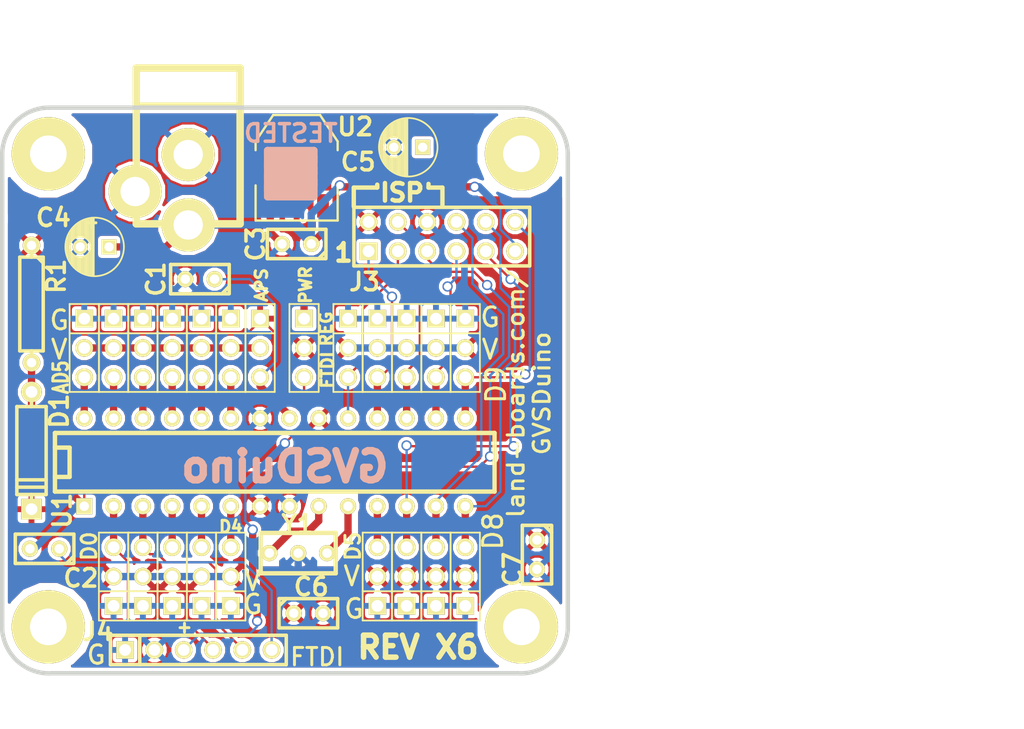
<source format=kicad_pcb>
(kicad_pcb (version 4) (host pcbnew "(after 2015-mar-04 BZR unknown)-product")
  (title_block (date "19 aug 2014"))
  (layers (0 Front signal hide) (31 Back signal hide) (36 B.SilkS user hide) (37 F.SilkS user) (38 B.Mask user) (39 F.Mask user) (44 Edge.Cuts user))
  (net 0 "")
  (net 1 +5V)
  (net 2 /AD0)
  (net 3 /AD1)
  (net 4 /AD2)
  (net 5 /AD3)
  (net 6 /AD4)
  (net 7 /AD5)
  (net 8 /AREF)
  (net 9 /D0)
  (net 10 /D1)
  (net 11 /D10)
  (net 12 /D11)
  (net 13 /D12)
  (net 14 /D13)
  (net 15 /D2)
  (net 16 /D3)
  (net 17 /D4)
  (net 18 /D5)
  (net 19 /D6)
  (net 20 /D7)
  (net 21 /D8)
  (net 22 /D9)
  (net 23 /RES0)
  (net 24 /RES1)
  (net 25 /RESET)
  (net 26 /VIN)
  (net 27 /VREG)
  (net 28 GND)
  (net 29 /FTDIRES)
  (net 30 "Net-(J1-Pad3)")
  (net 31 "Net-(K1-Pad2)")
  (module SOT223 (layer Front) (at 115.518 55.212)
    (fp_text reference U2 (at 5.08 -3.556) (layer F.SilkS) (effects (font (thickness 0.3048))))
    (fp_text value AP1117 hide)
    (pad 4 smd rect (at 0 -3.302) (size 3.6576 2.032) (layers Front F.Mask) (net 27 /VREG))
    (pad 2 smd rect (at 0 3.302) (size 1.016 2.032) (layers Front F.Mask) (net 27 /VREG))
    (pad 3 smd rect (at 2.286 3.302) (size 1.016 2.032) (layers Front F.Mask) (net 26 /VIN))
    (pad 1 smd rect (at -2.286 3.302) (size 1.016 2.032) (layers Front F.Mask) (net 28 GND))
  )
  (module C1 (layer Front) (at 115.518 61.816 180)
    (fp_text reference C3 (at 3.556 0 270) (layer F.SilkS) (effects (font (thickness 0.3048))))
    (fp_text value 0.1uF hide)
    (pad 1 thru_hole circle (at -1.27 0 180) (size 1.397 1.397) (drill 0.8128) (layers *.Cu *.Mask F.SilkS) (net 26 /VIN))
    (pad 2 thru_hole circle (at 1.27 0 180) (size 1.397 1.397) (drill 0.8128) (layers *.Cu *.Mask F.SilkS) (net 28 GND))
  )
  (module C1 (layer Front) (at 93.674 88.232 180)
    (fp_text reference C2 (at -3.144 -2.542 180) (layer F.SilkS) (effects (font (thickness 0.3048))))
    (fp_text value 0.1uF hide)
    (pad 1 thru_hole circle (at -1.27 0 180) (size 1.397 1.397) (drill 0.8128) (layers *.Cu *.Mask F.SilkS) (net 29 /FTDIRES))
    (pad 2 thru_hole circle (at 1.27 0 180) (size 1.397 1.397) (drill 0.8128) (layers *.Cu *.Mask F.SilkS) (net 25 /RESET))
  )
  (module C1 (layer Front) (at 107.136 64.864 180)
    (fp_text reference C1 (at 3.81 0 270) (layer F.SilkS) (effects (font (thickness 0.3048))))
    (fp_text value 0.1uF hide)
    (pad 1 thru_hole circle (at -1.27 0 180) (size 1.397 1.397) (drill 0.8128) (layers *.Cu *.Mask F.SilkS) (net 8 /AREF))
    (pad 2 thru_hole circle (at 1.27 0 180) (size 1.397 1.397) (drill 0.8128) (layers *.Cu *.Mask F.SilkS) (net 28 GND))
  )
  (module DIP-28__300 (layer Front) (at 113.622 80.734)
    (fp_text reference U1 (at -18.424 4.196 90) (layer F.SilkS) (effects (font (thickness 0.3048))))
    (fp_text value ATMEGA328-PU hide)
    (pad 2 thru_hole circle (at -13.97 3.81) (size 1.397 1.397) (drill 0.8128) (layers *.Cu *.Mask F.SilkS) (net 9 /D0))
    (pad 3 thru_hole circle (at -11.43 3.81) (size 1.397 1.397) (drill 0.8128) (layers *.Cu *.Mask F.SilkS) (net 10 /D1))
    (pad 4 thru_hole circle (at -8.89 3.81) (size 1.397 1.397) (drill 0.8128) (layers *.Cu *.Mask F.SilkS) (net 15 /D2))
    (pad 5 thru_hole circle (at -6.35 3.81) (size 1.397 1.397) (drill 0.8128) (layers *.Cu *.Mask F.SilkS) (net 16 /D3))
    (pad 6 thru_hole circle (at -3.81 3.81) (size 1.397 1.397) (drill 0.8128) (layers *.Cu *.Mask F.SilkS) (net 17 /D4))
    (pad 7 thru_hole circle (at -1.27 3.81) (size 1.397 1.397) (drill 0.8128) (layers *.Cu *.Mask F.SilkS) (net 1 +5V))
    (pad 8 thru_hole circle (at 1.27 3.81) (size 1.397 1.397) (drill 0.8128) (layers *.Cu *.Mask F.SilkS) (net 28 GND))
    (pad 9 thru_hole circle (at 3.81 3.81) (size 1.397 1.397) (drill 0.8128) (layers *.Cu *.Mask F.SilkS) (net 23 /RES0))
    (pad 10 thru_hole circle (at 6.35 3.81) (size 1.397 1.397) (drill 0.8128) (layers *.Cu *.Mask F.SilkS) (net 24 /RES1))
    (pad 11 thru_hole circle (at 8.89 3.81) (size 1.397 1.397) (drill 0.8128) (layers *.Cu *.Mask F.SilkS) (net 18 /D5))
    (pad 12 thru_hole circle (at 11.43 3.81) (size 1.397 1.397) (drill 0.8128) (layers *.Cu *.Mask F.SilkS) (net 19 /D6))
    (pad 13 thru_hole circle (at 13.97 3.81) (size 1.397 1.397) (drill 0.8128) (layers *.Cu *.Mask F.SilkS) (net 20 /D7))
    (pad 14 thru_hole circle (at 16.51 3.81) (size 1.397 1.397) (drill 0.8128) (layers *.Cu *.Mask F.SilkS) (net 21 /D8))
    (pad 1 thru_hole rect (at -16.51 3.81) (size 1.397 1.397) (drill 0.8128) (layers *.Cu *.Mask F.SilkS) (net 25 /RESET))
    (pad 15 thru_hole circle (at 16.51 -3.81) (size 1.397 1.397) (drill 0.8128) (layers *.Cu *.Mask F.SilkS) (net 22 /D9))
    (pad 16 thru_hole circle (at 13.97 -3.81) (size 1.397 1.397) (drill 0.8128) (layers *.Cu *.Mask F.SilkS) (net 11 /D10))
    (pad 17 thru_hole circle (at 11.43 -3.81) (size 1.397 1.397) (drill 0.8128) (layers *.Cu *.Mask F.SilkS) (net 12 /D11))
    (pad 18 thru_hole circle (at 8.89 -3.81) (size 1.397 1.397) (drill 0.8128) (layers *.Cu *.Mask F.SilkS) (net 13 /D12))
    (pad 19 thru_hole circle (at 6.35 -3.81) (size 1.397 1.397) (drill 0.8128) (layers *.Cu *.Mask F.SilkS) (net 14 /D13))
    (pad 20 thru_hole circle (at 3.81 -3.81) (size 1.397 1.397) (drill 0.8128) (layers *.Cu *.Mask F.SilkS) (net 1 +5V))
    (pad 21 thru_hole circle (at 1.27 -3.81) (size 1.397 1.397) (drill 0.8128) (layers *.Cu *.Mask F.SilkS) (net 8 /AREF))
    (pad 22 thru_hole circle (at -1.27 -3.81) (size 1.397 1.397) (drill 0.8128) (layers *.Cu *.Mask F.SilkS) (net 28 GND))
    (pad 23 thru_hole circle (at -3.81 -3.81) (size 1.397 1.397) (drill 0.8128) (layers *.Cu *.Mask F.SilkS) (net 2 /AD0))
    (pad 24 thru_hole circle (at -6.35 -3.81) (size 1.397 1.397) (drill 0.8128) (layers *.Cu *.Mask F.SilkS) (net 3 /AD1))
    (pad 25 thru_hole circle (at -8.89 -3.81) (size 1.397 1.397) (drill 0.8128) (layers *.Cu *.Mask F.SilkS) (net 4 /AD2))
    (pad 26 thru_hole circle (at -11.43 -3.81) (size 1.397 1.397) (drill 0.8128) (layers *.Cu *.Mask F.SilkS) (net 5 /AD3))
    (pad 27 thru_hole circle (at -13.97 -3.81) (size 1.397 1.397) (drill 0.8128) (layers *.Cu *.Mask F.SilkS) (net 6 /AD4))
    (pad 28 thru_hole circle (at -16.51 -3.81) (size 1.397 1.397) (drill 0.8128) (layers *.Cu *.Mask F.SilkS) (net 7 /AD5))
  )
  (module PIN_ARRAY-6X1 (layer Front) (at 107 97)
    (fp_text reference J4 (at -8.7 -1.6) (layer F.SilkS) (effects (font (thickness 0.3048))))
    (fp_text value CONN_6 hide)
    (pad 1 thru_hole rect (at -6.35 0) (size 1.524 1.524) (drill 1.016) (layers *.Cu *.Mask F.SilkS) (net 28 GND))
    (pad 2 thru_hole circle (at -3.81 0) (size 1.524 1.524) (drill 1.016) (layers *.Cu *.Mask F.SilkS) (net 28 GND))
    (pad 3 thru_hole circle (at -1.27 0) (size 1.524 1.524) (drill 1.016) (layers *.Cu *.Mask F.SilkS) (net 30 "Net-(J1-Pad3)"))
    (pad 4 thru_hole circle (at 1.27 0) (size 1.524 1.524) (drill 1.016) (layers *.Cu *.Mask F.SilkS) (net 9 /D0))
    (pad 5 thru_hole circle (at 3.81 0) (size 1.524 1.524) (drill 1.016) (layers *.Cu *.Mask F.SilkS) (net 10 /D1))
    (pad 6 thru_hole circle (at 6.35 0) (size 1.524 1.524) (drill 1.016) (layers *.Cu *.Mask F.SilkS) (net 29 /FTDIRES))
  )
  (module PIN_ARRAY_3X1 (layer Front) (at 109.812 90.64 90)
    (fp_text reference K11 hide)
    (fp_text value CONN_3 hide)
    (pad 1 thru_hole rect (at -2.54 0 90) (size 1.524 1.524) (drill 1.016) (layers *.Cu *.Mask F.SilkS) (net 28 GND))
    (pad 2 thru_hole circle (at 0 0 90) (size 1.524 1.524) (drill 1.016) (layers *.Cu *.Mask F.SilkS) (net 1 +5V))
    (pad 3 thru_hole circle (at 2.54 0 90) (size 1.524 1.524) (drill 1.016) (layers *.Cu *.Mask F.SilkS) (net 17 /D4))
  )
  (module PIN_ARRAY_3X1 (layer Front) (at 119.972 70.828 270)
    (fp_text reference K20 hide)
    (fp_text value CONN_3 hide)
    (pad 1 thru_hole rect (at -2.54 0 270) (size 1.524 1.524) (drill 1.016) (layers *.Cu *.Mask F.SilkS) (net 28 GND))
    (pad 2 thru_hole circle (at 0 0 270) (size 1.524 1.524) (drill 1.016) (layers *.Cu *.Mask F.SilkS) (net 1 +5V))
    (pad 3 thru_hole circle (at 2.54 0 270) (size 1.524 1.524) (drill 1.016) (layers *.Cu *.Mask F.SilkS) (net 14 /D13))
  )
  (module PIN_ARRAY_3X1 (layer Front) (at 122.512 70.828 270)
    (fp_text reference K19 hide)
    (fp_text value CONN_3 hide)
    (pad 1 thru_hole rect (at -2.54 0 270) (size 1.524 1.524) (drill 1.016) (layers *.Cu *.Mask F.SilkS) (net 28 GND))
    (pad 2 thru_hole circle (at 0 0 270) (size 1.524 1.524) (drill 1.016) (layers *.Cu *.Mask F.SilkS) (net 1 +5V))
    (pad 3 thru_hole circle (at 2.54 0 270) (size 1.524 1.524) (drill 1.016) (layers *.Cu *.Mask F.SilkS) (net 13 /D12))
  )
  (module PIN_ARRAY_3X1 (layer Front) (at 125.052 70.828 270)
    (fp_text reference K18 hide)
    (fp_text value CONN_3 hide)
    (pad 1 thru_hole rect (at -2.54 0 270) (size 1.524 1.524) (drill 1.016) (layers *.Cu *.Mask F.SilkS) (net 28 GND))
    (pad 2 thru_hole circle (at 0 0 270) (size 1.524 1.524) (drill 1.016) (layers *.Cu *.Mask F.SilkS) (net 1 +5V))
    (pad 3 thru_hole circle (at 2.54 0 270) (size 1.524 1.524) (drill 1.016) (layers *.Cu *.Mask F.SilkS) (net 12 /D11))
  )
  (module PIN_ARRAY_3X1 (layer Front) (at 127.592 70.828 270)
    (fp_text reference K17 hide)
    (fp_text value CONN_3 hide)
    (pad 1 thru_hole rect (at -2.54 0 270) (size 1.524 1.524) (drill 1.016) (layers *.Cu *.Mask F.SilkS) (net 28 GND))
    (pad 2 thru_hole circle (at 0 0 270) (size 1.524 1.524) (drill 1.016) (layers *.Cu *.Mask F.SilkS) (net 1 +5V))
    (pad 3 thru_hole circle (at 2.54 0 270) (size 1.524 1.524) (drill 1.016) (layers *.Cu *.Mask F.SilkS) (net 11 /D10))
  )
  (module PIN_ARRAY_3X1 (layer Front) (at 130.132 70.828 270)
    (fp_text reference K16 hide)
    (fp_text value CONN_3 hide)
    (pad 1 thru_hole rect (at -2.54 0 270) (size 1.524 1.524) (drill 1.016) (layers *.Cu *.Mask F.SilkS) (net 28 GND))
    (pad 2 thru_hole circle (at 0 0 270) (size 1.524 1.524) (drill 1.016) (layers *.Cu *.Mask F.SilkS) (net 1 +5V))
    (pad 3 thru_hole circle (at 2.54 0 270) (size 1.524 1.524) (drill 1.016) (layers *.Cu *.Mask F.SilkS) (net 22 /D9))
  )
  (module PIN_ARRAY_3X1 (layer Front) (at 130.132 90.64 90)
    (fp_text reference K15 hide)
    (fp_text value CONN_3 hide)
    (pad 1 thru_hole rect (at -2.54 0 90) (size 1.524 1.524) (drill 1.016) (layers *.Cu *.Mask F.SilkS) (net 28 GND))
    (pad 2 thru_hole circle (at 0 0 90) (size 1.524 1.524) (drill 1.016) (layers *.Cu *.Mask F.SilkS) (net 1 +5V))
    (pad 3 thru_hole circle (at 2.54 0 90) (size 1.524 1.524) (drill 1.016) (layers *.Cu *.Mask F.SilkS) (net 21 /D8))
  )
  (module PIN_ARRAY_3X1 (layer Front) (at 127.592 90.64 90)
    (fp_text reference K14 hide)
    (fp_text value CONN_3 hide)
    (pad 1 thru_hole rect (at -2.54 0 90) (size 1.524 1.524) (drill 1.016) (layers *.Cu *.Mask F.SilkS) (net 28 GND))
    (pad 2 thru_hole circle (at 0 0 90) (size 1.524 1.524) (drill 1.016) (layers *.Cu *.Mask F.SilkS) (net 1 +5V))
    (pad 3 thru_hole circle (at 2.54 0 90) (size 1.524 1.524) (drill 1.016) (layers *.Cu *.Mask F.SilkS) (net 20 /D7))
  )
  (module PIN_ARRAY_3X1 (layer Front) (at 125.052 90.64 90)
    (fp_text reference K13 hide)
    (fp_text value CONN_3 hide)
    (pad 1 thru_hole rect (at -2.54 0 90) (size 1.524 1.524) (drill 1.016) (layers *.Cu *.Mask F.SilkS) (net 28 GND))
    (pad 2 thru_hole circle (at 0 0 90) (size 1.524 1.524) (drill 1.016) (layers *.Cu *.Mask F.SilkS) (net 1 +5V))
    (pad 3 thru_hole circle (at 2.54 0 90) (size 1.524 1.524) (drill 1.016) (layers *.Cu *.Mask F.SilkS) (net 19 /D6))
  )
  (module PIN_ARRAY_3X1 (layer Front) (at 122.512 90.64 90)
    (fp_text reference K12 hide)
    (fp_text value CONN_3 hide)
    (pad 1 thru_hole rect (at -2.54 0 90) (size 1.524 1.524) (drill 1.016) (layers *.Cu *.Mask F.SilkS) (net 28 GND))
    (pad 2 thru_hole circle (at 0 0 90) (size 1.524 1.524) (drill 1.016) (layers *.Cu *.Mask F.SilkS) (net 1 +5V))
    (pad 3 thru_hole circle (at 2.54 0 90) (size 1.524 1.524) (drill 1.016) (layers *.Cu *.Mask F.SilkS) (net 18 /D5))
  )
  (module PIN_ARRAY_3X1 (layer Front) (at 109.812 70.828 270)
    (fp_text reference K1 hide)
    (fp_text value CONN_3 hide)
    (pad 1 thru_hole rect (at -2.54 0 270) (size 1.524 1.524) (drill 1.016) (layers *.Cu *.Mask F.SilkS) (net 28 GND))
    (pad 2 thru_hole circle (at 0 0 270) (size 1.524 1.524) (drill 1.016) (layers *.Cu *.Mask F.SilkS) (net 31 "Net-(K1-Pad2)"))
    (pad 3 thru_hole circle (at 2.54 0 270) (size 1.524 1.524) (drill 1.016) (layers *.Cu *.Mask F.SilkS) (net 2 /AD0))
  )
  (module PIN_ARRAY_3X1 (layer Front) (at 107.272 90.64 90)
    (fp_text reference K10 hide)
    (fp_text value CONN_3 hide)
    (pad 1 thru_hole rect (at -2.54 0 90) (size 1.524 1.524) (drill 1.016) (layers *.Cu *.Mask F.SilkS) (net 28 GND))
    (pad 2 thru_hole circle (at 0 0 90) (size 1.524 1.524) (drill 1.016) (layers *.Cu *.Mask F.SilkS) (net 1 +5V))
    (pad 3 thru_hole circle (at 2.54 0 90) (size 1.524 1.524) (drill 1.016) (layers *.Cu *.Mask F.SilkS) (net 16 /D3))
  )
  (module PIN_ARRAY_3X1 (layer Front) (at 104.732 90.64 90)
    (fp_text reference K9 hide)
    (fp_text value CONN_3 hide)
    (pad 1 thru_hole rect (at -2.54 0 90) (size 1.524 1.524) (drill 1.016) (layers *.Cu *.Mask F.SilkS) (net 28 GND))
    (pad 2 thru_hole circle (at 0 0 90) (size 1.524 1.524) (drill 1.016) (layers *.Cu *.Mask F.SilkS) (net 1 +5V))
    (pad 3 thru_hole circle (at 2.54 0 90) (size 1.524 1.524) (drill 1.016) (layers *.Cu *.Mask F.SilkS) (net 15 /D2))
  )
  (module PIN_ARRAY_3X1 (layer Front) (at 102.192 90.64 90)
    (fp_text reference K8 hide)
    (fp_text value CONN_3 hide)
    (pad 1 thru_hole rect (at -2.54 0 90) (size 1.524 1.524) (drill 1.016) (layers *.Cu *.Mask F.SilkS) (net 28 GND))
    (pad 2 thru_hole circle (at 0 0 90) (size 1.524 1.524) (drill 1.016) (layers *.Cu *.Mask F.SilkS) (net 1 +5V))
    (pad 3 thru_hole circle (at 2.54 0 90) (size 1.524 1.524) (drill 1.016) (layers *.Cu *.Mask F.SilkS) (net 10 /D1))
  )
  (module PIN_ARRAY_3X1 (layer Front) (at 99.652 90.64 90)
    (fp_text reference K7 hide)
    (fp_text value CONN_3 hide)
    (pad 1 thru_hole rect (at -2.54 0 90) (size 1.524 1.524) (drill 1.016) (layers *.Cu *.Mask F.SilkS) (net 28 GND))
    (pad 2 thru_hole circle (at 0 0 90) (size 1.524 1.524) (drill 1.016) (layers *.Cu *.Mask F.SilkS) (net 1 +5V))
    (pad 3 thru_hole circle (at 2.54 0 90) (size 1.524 1.524) (drill 1.016) (layers *.Cu *.Mask F.SilkS) (net 9 /D0))
  )
  (module PIN_ARRAY_3X1 (layer Front) (at 97.112 70.828 270)
    (fp_text reference K6 hide)
    (fp_text value CONN_3 hide)
    (pad 1 thru_hole rect (at -2.54 0 270) (size 1.524 1.524) (drill 1.016) (layers *.Cu *.Mask F.SilkS) (net 28 GND))
    (pad 2 thru_hole circle (at 0 0 270) (size 1.524 1.524) (drill 1.016) (layers *.Cu *.Mask F.SilkS) (net 31 "Net-(K1-Pad2)"))
    (pad 3 thru_hole circle (at 2.54 0 270) (size 1.524 1.524) (drill 1.016) (layers *.Cu *.Mask F.SilkS) (net 7 /AD5))
  )
  (module PIN_ARRAY_3X1 (layer Front) (at 99.652 70.828 270)
    (fp_text reference K5 hide)
    (fp_text value CONN_3 hide)
    (pad 1 thru_hole rect (at -2.54 0 270) (size 1.524 1.524) (drill 1.016) (layers *.Cu *.Mask F.SilkS) (net 28 GND))
    (pad 2 thru_hole circle (at 0 0 270) (size 1.524 1.524) (drill 1.016) (layers *.Cu *.Mask F.SilkS) (net 31 "Net-(K1-Pad2)"))
    (pad 3 thru_hole circle (at 2.54 0 270) (size 1.524 1.524) (drill 1.016) (layers *.Cu *.Mask F.SilkS) (net 6 /AD4))
  )
  (module PIN_ARRAY_3X1 (layer Front) (at 102.192 70.828 270)
    (fp_text reference K4 hide)
    (fp_text value CONN_3 hide)
    (pad 1 thru_hole rect (at -2.54 0 270) (size 1.524 1.524) (drill 1.016) (layers *.Cu *.Mask F.SilkS) (net 28 GND))
    (pad 2 thru_hole circle (at 0 0 270) (size 1.524 1.524) (drill 1.016) (layers *.Cu *.Mask F.SilkS) (net 31 "Net-(K1-Pad2)"))
    (pad 3 thru_hole circle (at 2.54 0 270) (size 1.524 1.524) (drill 1.016) (layers *.Cu *.Mask F.SilkS) (net 5 /AD3))
  )
  (module PIN_ARRAY_3X1 (layer Front) (at 104.732 70.828 270)
    (fp_text reference K3 hide)
    (fp_text value CONN_3 hide)
    (pad 1 thru_hole rect (at -2.54 0 270) (size 1.524 1.524) (drill 1.016) (layers *.Cu *.Mask F.SilkS) (net 28 GND))
    (pad 2 thru_hole circle (at 0 0 270) (size 1.524 1.524) (drill 1.016) (layers *.Cu *.Mask F.SilkS) (net 31 "Net-(K1-Pad2)"))
    (pad 3 thru_hole circle (at 2.54 0 270) (size 1.524 1.524) (drill 1.016) (layers *.Cu *.Mask F.SilkS) (net 4 /AD2))
  )
  (module PIN_ARRAY_3X1 (layer Front) (at 107.272 70.828 270)
    (fp_text reference K2 hide)
    (fp_text value CONN_3 hide)
    (pad 1 thru_hole rect (at -2.54 0 270) (size 1.524 1.524) (drill 1.016) (layers *.Cu *.Mask F.SilkS) (net 28 GND))
    (pad 2 thru_hole circle (at 0 0 270) (size 1.524 1.524) (drill 1.016) (layers *.Cu *.Mask F.SilkS) (net 31 "Net-(K1-Pad2)"))
    (pad 3 thru_hole circle (at 2.54 0 270) (size 1.524 1.524) (drill 1.016) (layers *.Cu *.Mask F.SilkS) (net 3 /AD1))
  )
  (module D4 (layer Front) (at 92.54 79.718 270)
    (fp_text reference D1 (at -3.424 -2.404 270) (layer F.SilkS) (effects (font (thickness 0.3048))))
    (fp_text value 1N4004 hide)
    (pad 1 thru_hole circle (at -5.08 0 270) (size 1.778 1.778) (drill 1.016) (layers *.Cu *.Mask F.SilkS) (net 25 /RESET))
    (pad 2 thru_hole rect (at 5.08 0 270) (size 1.778 1.778) (drill 1.016) (layers *.Cu *.Mask F.SilkS) (net 1 +5V))
  )
  (module R4 (layer Front) (at 92.54 67.018 270)
    (fp_text reference R1 (at -2.408 -2.15 270) (layer F.SilkS) (effects (font (thickness 0.3048))))
    (fp_text value 10K hide)
    (pad 1 thru_hole circle (at -5.08 0 270) (size 1.524 1.524) (drill 0.8128) (layers *.Cu *.Mask F.SilkS) (net 1 +5V))
    (pad 2 thru_hole circle (at 5.08 0 270) (size 1.524 1.524) (drill 0.8128) (layers *.Cu *.Mask F.SilkS) (net 25 /RESET))
  )
  (module PIN_ARRAY_3X1 (layer Front) (at 112.352 70.828 270)
    (fp_text reference K21 hide)
    (fp_text value CONN_3 hide)
    (pad 1 thru_hole rect (at -2.54 0 270) (size 1.524 1.524) (drill 1.016) (layers *.Cu *.Mask F.SilkS) (net 1 +5V))
    (pad 2 thru_hole circle (at 0 0 270) (size 1.524 1.524) (drill 1.016) (layers *.Cu *.Mask F.SilkS) (net 31 "Net-(K1-Pad2)"))
    (pad 3 thru_hole circle (at 2.54 0 270) (size 1.524 1.524) (drill 1.016) (layers *.Cu *.Mask F.SilkS) (net 8 /AREF))
  )
  (module PIN_ARRAY_3X1 (layer Front) (at 116.162 70.828 270)
    (fp_text reference J1 hide)
    (fp_text value CONN_3 hide)
    (pad 1 thru_hole rect (at -2.54 0 270) (size 1.524 1.524) (drill 1.016) (layers *.Cu *.Mask F.SilkS) (net 27 /VREG))
    (pad 2 thru_hole circle (at 0 0 270) (size 1.524 1.524) (drill 1.016) (layers *.Cu *.Mask F.SilkS) (net 1 +5V))
    (pad 3 thru_hole circle (at 2.54 0 270) (size 1.524 1.524) (drill 1.016) (layers *.Cu *.Mask F.SilkS) (net 30 "Net-(J1-Pad3)"))
  )
  (module RESON_3PIN (layer Front) (at 115.654 88.608 270)
    (fp_text reference Y1 (at -2.49936 0.0508 360) (layer F.SilkS) (effects (font (thickness 0.3048))))
    (fp_text value 16MHz hide)
    (pad 3 thru_hole circle (at 0 -2.49936) (size 1.397 1.397) (drill 0.8128) (layers *.Cu *.Mask F.SilkS) (net 24 /RES1))
    (pad 1 thru_hole circle (at 0 2.49936) (size 1.397 1.397) (drill 0.8128) (layers *.Cu *.Mask F.SilkS) (net 23 /RES0))
    (pad 2 thru_hole circle (at 0 0) (size 1.397 1.397) (drill 0.8128) (layers *.Cu *.Mask F.SilkS) (net 28 GND))
  )
  (module pin_array_6x2 (layer Front) (at 128.1 61.176)
    (fp_text reference J3 (at -6.7 3.924) (layer F.SilkS) (effects (font (thickness 0.3048))))
    (fp_text value CONN_6X2 hide)
    (pad 1 thru_hole rect (at -6.35 1.27) (size 1.524 1.524) (drill 1.016) (layers *.Cu *.Mask F.SilkS) (net 13 /D12))
    (pad 2 thru_hole circle (at -6.35 -1.27) (size 1.524 1.524) (drill 1.016) (layers *.Cu *.Mask F.SilkS) (net 1 +5V))
    (pad 3 thru_hole circle (at -3.81 1.27) (size 1.524 1.524) (drill 1.016) (layers *.Cu *.Mask F.SilkS) (net 14 /D13))
    (pad 4 thru_hole circle (at -3.81 -1.27) (size 1.524 1.524) (drill 1.016) (layers *.Cu *.Mask F.SilkS) (net 12 /D11))
    (pad 5 thru_hole circle (at -1.27 1.27) (size 1.524 1.524) (drill 1.016) (layers *.Cu *.Mask F.SilkS) (net 25 /RESET))
    (pad 6 thru_hole circle (at -1.27 -1.27) (size 1.524 1.524) (drill 1.016) (layers *.Cu *.Mask F.SilkS) (net 28 GND))
    (pad 7 thru_hole circle (at 1.27 1.27) (size 1.524 1.524) (drill 1.016) (layers *.Cu *.Mask F.SilkS) (net 11 /D10))
    (pad 8 thru_hole circle (at 1.27 -1.27) (size 1.524 1.524) (drill 1.016) (layers *.Cu *.Mask F.SilkS) (net 20 /D7))
    (pad 9 thru_hole circle (at 3.81 1.27) (size 1.524 1.524) (drill 1.016) (layers *.Cu *.Mask F.SilkS) (net 19 /D6))
    (pad 10 thru_hole circle (at 3.81 -1.27) (size 1.524 1.524) (drill 1.016) (layers *.Cu *.Mask F.SilkS) (net 21 /D8))
    (pad 11 thru_hole circle (at 6.35 1.27) (size 1.524 1.524) (drill 1.016) (layers *.Cu *.Mask F.SilkS) (net 26 /VIN))
    (pad 12 thru_hole circle (at 6.35 -1.27) (size 1.524 1.524) (drill 1.016) (layers *.Cu *.Mask F.SilkS) (net 22 /D9))
  )
  (module C1 (layer Front) (at 116.534 93.82)
    (fp_text reference C6 (at 0.254 -2.286) (layer F.SilkS) (effects (font (thickness 0.3048))))
    (fp_text value 0.1uF hide)
    (pad 1 thru_hole circle (at -1.27 0) (size 1.397 1.397) (drill 0.8128) (layers *.Cu *.Mask F.SilkS) (net 1 +5V))
    (pad 2 thru_hole circle (at 1.27 0) (size 1.397 1.397) (drill 0.8128) (layers *.Cu *.Mask F.SilkS) (net 28 GND))
  )
  (module C1 (layer Front) (at 136.346 88.74 270)
    (fp_text reference C7 (at 1.27 2.0955 270) (layer F.SilkS) (effects (font (thickness 0.3048))))
    (fp_text value 0.1uF hide)
    (pad 1 thru_hole circle (at -1.27 0 270) (size 1.397 1.397) (drill 0.8128) (layers *.Cu *.Mask F.SilkS) (net 1 +5V))
    (pad 2 thru_hole circle (at 1.27 0 270) (size 1.397 1.397) (drill 0.8128) (layers *.Cu *.Mask F.SilkS) (net 28 GND))
  )
  (module MTG-4-40 (layer Front) (at 94 54)
    (fp_text reference MTG1 hide)
    (fp_text value CONN_1 hide)
    (pad 1 thru_hole circle (at 0 0) (size 6.35 6.35) (drill 3.175) (layers *.Cu *.Mask F.SilkS) (clearance 0.635))
  )
  (module MTG-4-40 (layer Front) (at 135 54)
    (fp_text reference MTG2 hide)
    (fp_text value CONN_1 hide)
    (pad 1 thru_hole circle (at 0 0) (size 6.35 6.35) (drill 3.175) (layers *.Cu *.Mask F.SilkS) (clearance 0.635))
  )
  (module MTG-4-40 (layer Front) (at 135 95)
    (fp_text reference MTG4 hide)
    (fp_text value CONN_1 hide)
    (pad 1 thru_hole circle (at 0 0) (size 6.35 6.35) (drill 3.175) (layers *.Cu *.Mask F.SilkS) (clearance 0.635))
  )
  (module MTG-4-40 (layer Front) (at 94 95)
    (fp_text reference MTG3 hide)
    (fp_text value CONN_1 hide)
    (pad 1 thru_hole circle (at 0 0) (size 6.35 6.35) (drill 3.175) (layers *.Cu *.Mask F.SilkS) (clearance 0.635))
  )
  (module DougsNewMods:TEST_BLK-REAR (layer Front) (at 115.01 55.72)
    (fp_text reference TESTED (at 0 -3.5) (layer B.SilkS) (effects (font (thickness 0.3048)) (justify mirror)))
    (fp_text value VAL** hide)
  )
  (module Capacitors_ThroughHole:C_Radial_D5_L11_P2.5 (layer Front) (at 99.262 62.07 180)
    (fp_text reference C4 (at 4.826 2.54 180) (layer F.SilkS) (effects (font (thickness 0.3048))))
    (fp_text value CP1 hide)
    (pad 1 thru_hole rect (at 0 0 180) (size 1.3 1.3) (drill 0.8) (layers *.Cu *.Mask F.SilkS) (net 26 /VIN))
    (pad 2 thru_hole circle (at 2.5 0 180) (size 1.3 1.3) (drill 0.8) (layers *.Cu *.Mask F.SilkS) (net 28 GND))
  )
  (module Capacitors_ThroughHole:C_Radial_D5_L11_P2.5 (layer Front) (at 126.44 53.434 180)
    (fp_text reference C5 (at 5.588 -1.27 180) (layer F.SilkS) (effects (font (thickness 0.3048))))
    (fp_text value CP1 hide)
    (pad 1 thru_hole rect (at 0 0 180) (size 1.3 1.3) (drill 0.8) (layers *.Cu *.Mask F.SilkS))
    (pad 2 thru_hole circle (at 2.5 0 180) (size 1.3 1.3) (drill 0.8) (layers *.Cu *.Mask F.SilkS) (net 28 GND))
  )
  (module DougsNewMods:DCJ-NEW (layer Front) (at 106.12 54.069 270)
    (fp_text reference J2 hide)
    (fp_text value DCJ0202 hide)
    (pad 2 thru_hole circle (at 0 0 270) (size 4.6 4.6) (drill 2.54) (layers *.Cu *.Mask F.SilkS) (net 28 GND))
    (pad 1 thru_hole circle (at 6.1 0 270) (size 4.6 4.6) (drill 2.54) (layers *.Cu *.Mask F.SilkS) (net 26 /VIN))
    (pad 3 thru_hole circle (at 3.2 4.6 270) (size 4.6 4.6) (drill 2.54) (layers *.Cu *.Mask F.SilkS) (net 28 GND))
  )
  (gr_text V (at 111.708 91.026) (layer F.SilkS) (effects (font (size 1.651 1.651) (thickness 0.254))))
  (gr_text G (at 111.708 93.058) (layer F.SilkS) (effects (font (size 1.651 1.651) (thickness 0.254))))
  (gr_text V (at 94.944 70.96) (layer F.SilkS) (effects (font (size 1.651 1.651) (thickness 0.254))))
  (gr_text G (at 94.944 68.42) (layer F.SilkS) (effects (font (size 1.651 1.651) (thickness 0.254))))
  (gr_text V (at 132.282 70.96) (layer F.SilkS) (effects (font (size 1.651 1.651) (thickness 0.254))))
  (gr_text G (at 132.282 68.166) (layer F.SilkS) (effects (font (size 1.651 1.651) (thickness 0.254))))
  (gr_text PWR (at 116.289 65.367 90) (layer F.SilkS) (effects (font (size 1.016 1.016) (thickness 0.254))))
  (gr_text 1 (at 119.582 62.578) (layer F.SilkS) (effects (font (thickness 0.381))))
  (gr_line (start 122.503 56.736) (end 122.503 56.6725) (angle 90) (layer F.SilkS) (width 0.381))
  (gr_line (start 126.948 56.9265) (end 126.948 56.609) (angle 90) (layer F.SilkS) (width 0.381))
  (gr_line (start 128.1545 56.9265) (end 126.948 56.9265) (angle 90) (layer F.SilkS) (width 0.381))
  (gr_line (start 128.1545 58.5775) (end 128.1545 56.9265) (angle 90) (layer F.SilkS) (width 0.381))
  (gr_line (start 122.503 56.9265) (end 122.503 56.7995) (angle 90) (layer F.SilkS) (width 0.381))
  (gr_line (start 120.471 56.9265) (end 122.503 56.9265) (angle 90) (layer F.SilkS) (width 0.381))
  (gr_line (start 120.471 58.5775) (end 120.471 56.9265) (angle 90) (layer F.SilkS) (width 0.381))
  (gr_text APS (at 112.47 65.372 90) (layer F.SilkS) (effects (font (size 1.016 1.016) (thickness 0.254))))
  (gr_text GVSDuino (at 114.502 81.12) (layer B.SilkS) (effects (font (size 2.54 2.54) (thickness 0.635)) (justify mirror)))
  (gr_text "REV X6" (at 126.0336 96.7664) (layer F.SilkS) (effects (font (size 1.905 1.905) (thickness 0.47625))))
  (gr_text ISP (at 124.662 57.371) (layer F.SilkS) (effects (font (thickness 0.381))))
  (gr_text + (at 97.738 59.911) (layer F.SilkS) (effects (font (size 1.016 1.016) (thickness 0.254))))
  (gr_text V (at 120.3 90.6) (layer F.SilkS) (effects (font (size 1.651 1.651) (thickness 0.254))))
  (gr_text D8 (at 132.536 86.708 90) (layer F.SilkS) (effects (font (size 1.651 1.651) (thickness 0.254))))
  (gr_text "land-boards.com/\nGVSDuino" (at 135.6475 74.77 90) (layer F.SilkS) (effects (font (size 1.397 1.524) (thickness 0.254))))
  (gr_text FTDI (at 118.194 72.733 90) (layer F.SilkS) (effects (font (size 1.016 1.016) (thickness 0.254))))
  (gr_text REG (at 118.067 69.177 90) (layer F.SilkS) (effects (font (size 1.016 1.016) (thickness 0.254))))
  (gr_line (start 134.704 99.022) (end 94.318 99.022) (angle 90) (layer Edge.Cuts) (width 0.381))
  (gr_line (start 139.022 54.064) (end 139.022 95.212) (angle 90) (layer Edge.Cuts) (width 0.381))
  (gr_line (start 94.064 50) (end 134.958 50) (angle 90) (layer Edge.Cuts) (width 0.381))
  (gr_line (start 90 95.212) (end 90 54.064) (angle 90) (layer Edge.Cuts) (width 0.381))
  (gr_arc (start 94.064 94.958) (end 94.318 99.022) (angle 90) (layer Edge.Cuts) (width 0.381))
  (gr_arc (start 134.958 94.958) (end 139.022 95.212) (angle 90) (layer Edge.Cuts) (width 0.381))
  (gr_arc (start 134.958 54.064) (end 134.958 50) (angle 90) (layer Edge.Cuts) (width 0.381))
  (gr_arc (start 94.064 54.064) (end 90 54.064) (angle 90) (layer Edge.Cuts) (width 0.381))
  (gr_text D4 (at 109.812 86.322) (layer F.SilkS) (effects (font (size 1.016 1.016) (thickness 0.254))))
  (gr_text G (at 98.1444 97.4268) (layer F.SilkS) (effects (font (size 1.6 1.6) (thickness 0.254))))
  (gr_text D5 (at 120.396 88.011 90) (layer F.SilkS) (effects (font (size 1.27 1.27) (thickness 0.254))))
  (gr_text + (at 105.8 95) (layer F.SilkS) (effects (font (size 1.016 1.016) (thickness 0.254))))
  (gr_text G (at 120.48 93.434) (layer F.SilkS) (effects (font (size 1.651 1.651) (thickness 0.254))))
  (gr_text D0 (at 97.536 88.011 90) (layer F.SilkS) (effects (font (size 1.27 1.27) (thickness 0.254))))
  (gr_text D9 (at 132.79 74.008 90) (layer F.SilkS) (effects (font (size 1.651 1.651) (thickness 0.254))))
  (gr_text AD5 (at 95.08 73.368 90) (layer F.SilkS) (effects (font (size 1.27 1.016) (thickness 0.254))))
  (gr_text FTDI (at 117.296 97.6046) (layer F.SilkS) (effects (font (size 1.5 1.5) (thickness 0.254))))
  (segment (start 122.512 70.828) (end 119.972 70.828) (width 0.635) (layer Back) (net 1))
  (segment (start 125.052 70.828) (end 122.512 70.828) (width 0.635) (layer Back) (net 1))
  (segment (start 127.592 70.828) (end 125.052 70.828) (width 0.635) (layer Back) (net 1))
  (segment (start 130.132 70.828) (end 127.592 70.828) (width 0.635) (layer Back) (net 1))
  (segment (start 107.272 90.64) (end 109.812 90.64) (width 0.635) (layer Back) (net 1))
  (segment (start 104.732 90.64) (end 107.272 90.64) (width 0.635) (layer Back) (net 1))
  (segment (start 102.192 90.64) (end 104.732 90.64) (width 0.635) (layer Back) (net 1))
  (segment (start 99.652 90.64) (end 102.192 90.64) (width 0.635) (layer Back) (net 1))
  (segment (start 112.352 68.4745) (end 111.2 69.6265) (width 0.2032) (layer Front) (net 1))
  (segment (start 112.352 68.288) (end 112.352 68.4745) (width 0.2032) (layer Front) (net 1))
  (segment (start 112.4015 68.288) (end 113.74 69.6265) (width 0.2032) (layer Front) (net 1))
  (segment (start 112.352 68.288) (end 112.4015 68.288) (width 0.2032) (layer Front) (net 1))
  (segment (start 109.812 76.924) (end 109.812 73.368) (width 0.635) (layer Front) (net 2))
  (segment (start 107.272 76.924) (end 107.272 73.368) (width 0.635) (layer Front) (net 3))
  (segment (start 104.732 76.924) (end 104.732 73.368) (width 0.635) (layer Front) (net 4))
  (segment (start 102.192 76.924) (end 102.192 73.368) (width 0.635) (layer Front) (net 5))
  (segment (start 99.652 76.924) (end 99.652 73.368) (width 0.635) (layer Front) (net 6))
  (segment (start 97.112 76.924) (end 97.112 73.368) (width 0.635) (layer Front) (net 7))
  (segment (start 114.892 76.684) (end 112.352 74.144) (width 0.635) (layer Front) (net 8))
  (segment (start 112.352 74.144) (end 112.352 73.368) (width 0.635) (layer Front) (net 8))
  (segment (start 114.892 76.924) (end 114.892 76.684) (width 0.635) (layer Front) (net 8))
  (segment (start 112.352 73.364) (end 113.74 71.976) (width 0.2032) (layer Back) (net 8))
  (segment (start 113.74 71.976) (end 113.74 67.15) (width 0.2032) (layer Back) (net 8))
  (segment (start 113.74 67.15) (end 111.454 64.864) (width 0.2032) (layer Back) (net 8))
  (segment (start 111.454 64.864) (end 108.406 64.864) (width 0.2032) (layer Back) (net 8))
  (segment (start 112.352 73.368) (end 112.352 73.364) (width 0.2032) (layer Back) (net 8))
  (segment (start 108.27 96.87) (end 106.6 95.2) (width 0.2032) (layer Front) (net 9))
  (segment (start 106.6 95.2) (end 101.7 95.2) (width 0.2032) (layer Front) (net 9))
  (segment (start 101.7 95.2) (end 100.9 94.4) (width 0.2032) (layer Front) (net 9))
  (segment (start 100.9 94.4) (end 100.9 89.348) (width 0.2032) (layer Front) (net 9))
  (segment (start 100.9 89.348) (end 99.652 88.1) (width 0.2032) (layer Front) (net 9))
  (segment (start 108.27 97) (end 108.27 96.87) (width 0.2032) (layer Front) (net 9))
  (segment (start 99.652 88.1) (end 99.652 84.544) (width 0.635) (layer Front) (net 9))
  (segment (start 110.81 96.91) (end 108.5 94.6) (width 0.2032) (layer Front) (net 10))
  (segment (start 108.5 94.6) (end 108.5 90) (width 0.2032) (layer Front) (net 10))
  (segment (start 108.5 90) (end 107.9 89.4) (width 0.2032) (layer Front) (net 10))
  (segment (start 107.9 89.4) (end 104.2 89.4) (width 0.2032) (layer Front) (net 10))
  (segment (start 104.2 89.4) (end 103.5 88.7) (width 0.2032) (layer Front) (net 10))
  (segment (start 103.5 88.7) (end 102.792 88.7) (width 0.2032) (layer Front) (net 10))
  (segment (start 102.792 88.7) (end 102.192 88.1) (width 0.2032) (layer Front) (net 10))
  (segment (start 110.81 97) (end 110.81 96.91) (width 0.2032) (layer Front) (net 10))
  (segment (start 102.192 88.1) (end 102.192 84.544) (width 0.635) (layer Front) (net 10))
  (segment (start 127.592 73.368) (end 127.592 76.924) (width 0.635) (layer Front) (net 11))
  (segment (start 127.592 72.983) (end 128.853 71.722) (width 0.2032) (layer Front) (net 11))
  (segment (start 128.853 71.722) (end 128.853 65.753) (width 0.2032) (layer Front) (net 11))
  (segment (start 128.853 65.753) (end 128.599 65.499) (width 0.2032) (layer Front) (net 11))
  (via (at 128.599 65.499) (size 0.889) (layers Front Back) (net 11))
  (segment (start 128.599 65.499) (end 129.37 64.728) (width 0.2032) (layer Back) (net 11))
  (segment (start 129.37 64.728) (end 129.37 62.446) (width 0.2032) (layer Back) (net 11))
  (segment (start 127.592 73.368) (end 127.592 72.983) (width 0.2032) (layer Front) (net 11))
  (segment (start 125.56 62.832) (end 125.56 61.176) (width 0.2032) (layer Front) (net 12))
  (segment (start 125.56 61.176) (end 124.29 59.906) (width 0.2032) (layer Front) (net 12))
  (segment (start 125.052 72.86) (end 126.195 71.717) (width 0.2032) (layer Front) (net 12))
  (segment (start 126.195 71.717) (end 126.195 65.889) (width 0.2032) (layer Front) (net 12))
  (segment (start 125.052 73.368) (end 125.052 72.86) (width 0.2032) (layer Front) (net 12))
  (segment (start 125.052 73.368) (end 125.052 76.924) (width 0.635) (layer Front) (net 12))
  (segment (start 125.56 65.254) (end 126.195 65.889) (width 0.2032) (layer Front) (net 12))
  (segment (start 125.56 62.832) (end 125.56 65.254) (width 0.2032) (layer Front) (net 12))
  (segment (start 122.766 73.368) (end 123.782 72.352) (width 0.2032) (layer Front) (net 13))
  (segment (start 123.782 72.352) (end 123.782 66.383) (width 0.2032) (layer Front) (net 13))
  (via (at 123.782 66.383) (size 0.889) (layers Front Back) (net 13))
  (segment (start 123.782 66.383) (end 121.75 64.351) (width 0.2032) (layer Back) (net 13))
  (segment (start 121.75 64.351) (end 121.75 62.446) (width 0.2032) (layer Back) (net 13))
  (segment (start 122.512 73.368) (end 122.766 73.368) (width 0.2032) (layer Front) (net 13))
  (segment (start 122.512 73.368) (end 122.512 76.924) (width 0.635) (layer Front) (net 13))
  (segment (start 119.972 73.368) (end 119.972 76.924) (width 0.2032) (layer Back) (net 14))
  (segment (start 121.242 71.971) (end 121.242 68.547) (width 0.2032) (layer Front) (net 14))
  (segment (start 119.972 73.241) (end 121.242 71.971) (width 0.2032) (layer Front) (net 14))
  (segment (start 119.972 73.368) (end 119.972 73.241) (width 0.2032) (layer Front) (net 14))
  (segment (start 121.242 67.4585) (end 124.29 64.4105) (width 0.2032) (layer Front) (net 14))
  (segment (start 124.29 64.4105) (end 124.29 62.446) (width 0.2032) (layer Front) (net 14))
  (segment (start 121.242 68.547) (end 121.242 67.4585) (width 0.2032) (layer Front) (net 14))
  (segment (start 104.732 88.1) (end 104.732 84.544) (width 0.635) (layer Front) (net 15))
  (segment (start 107.272 88.1) (end 107.272 84.544) (width 0.635) (layer Front) (net 16))
  (segment (start 109.812 88.1) (end 109.812 84.544) (width 0.635) (layer Front) (net 17))
  (segment (start 122.512 84.544) (end 122.512 88.1) (width 0.635) (layer Front) (net 18))
  (segment (start 125.052 84.544) (end 125.052 88.1) (width 0.635) (layer Front) (net 19))
  (segment (start 134.949 71.976) (end 134.949 69.817) (width 0.2032) (layer Back) (net 19))
  (segment (start 134.06 72.865) (end 134.949 71.976) (width 0.2032) (layer Back) (net 19))
  (segment (start 134.949 69.817) (end 134.949 65.88) (width 0.2032) (layer Back) (net 19))
  (segment (start 134.949 65.753) (end 134.06 64.864) (width 0.2032) (layer Back) (net 19))
  (segment (start 134.949 65.88) (end 134.949 65.753) (width 0.2032) (layer Back) (net 19))
  (segment (start 131.91 62.714) (end 131.91 62.446) (width 0.2032) (layer Front) (net 19))
  (via (at 134.06 64.864) (size 0.889) (layers Front Back) (net 19))
  (segment (start 134.06 64.864) (end 131.91 62.714) (width 0.2032) (layer Front) (net 19))
  (segment (start 134.06 79.088) (end 134.06 75.024) (width 0.2032) (layer Back) (net 19))
  (segment (start 134.314 79.342) (end 134.06 79.088) (width 0.2032) (layer Back) (net 19))
  (via (at 134.314 79.342) (size 0.889) (layers Front Back) (net 19))
  (segment (start 134.06 75.024) (end 134.06 72.865) (width 0.2032) (layer Back) (net 19))
  (segment (start 125.052 79.2875) (end 125.043 79.2785) (width 0.2032) (layer Back) (net 19))
  (via (at 125.043 79.2785) (size 0.889) (layers Front Back) (net 19))
  (segment (start 125.043 79.2785) (end 125.1065 79.342) (width 0.2032) (layer Front) (net 19))
  (segment (start 125.1065 79.342) (end 134.314 79.342) (width 0.2032) (layer Front) (net 19))
  (segment (start 125.052 84.544) (end 125.052 79.2875) (width 0.2032) (layer Back) (net 19))
  (segment (start 127.592 84.544) (end 127.592 88.1) (width 0.635) (layer Front) (net 20))
  (segment (start 133.425 67.912) (end 130.758 65.245) (width 0.2032) (layer Back) (net 20))
  (segment (start 133.425 71.341) (end 133.425 67.912) (width 0.2032) (layer Back) (net 20))
  (segment (start 131.52 73.246) (end 133.425 71.341) (width 0.2032) (layer Back) (net 20))
  (segment (start 129.37 59.906) (end 129.37 59.92) (width 0.2032) (layer Back) (net 20))
  (segment (start 129.37 59.92) (end 130.758 61.308) (width 0.2032) (layer Back) (net 20))
  (segment (start 130.758 61.308) (end 130.758 65.245) (width 0.2032) (layer Back) (net 20))
  (segment (start 127.592 84.0955) (end 131.52 80.1675) (width 0.2032) (layer Back) (net 20))
  (segment (start 131.52 80.1675) (end 131.52 73.246) (width 0.2032) (layer Back) (net 20))
  (segment (start 127.592 84.544) (end 127.592 84.0955) (width 0.2032) (layer Back) (net 20))
  (segment (start 133.18 65.635) (end 133.18 61.176) (width 0.2032) (layer Back) (net 21))
  (segment (start 133.18 82.8345) (end 133.18 74.643) (width 0.2032) (layer Back) (net 21))
  (segment (start 133.18 61.176) (end 131.91 59.906) (width 0.2032) (layer Back) (net 21))
  (segment (start 130.132 84.544) (end 130.132 88.1) (width 0.635) (layer Front) (net 21))
  (segment (start 133.18 72.983) (end 134.441 71.722) (width 0.2032) (layer Back) (net 21))
  (segment (start 134.441 71.722) (end 134.441 66.896) (width 0.2032) (layer Back) (net 21))
  (segment (start 134.441 66.896) (end 133.18 65.635) (width 0.2032) (layer Back) (net 21))
  (segment (start 133.18 74.643) (end 133.18 72.983) (width 0.2032) (layer Back) (net 21))
  (segment (start 133.18 83.27) (end 131.906 84.544) (width 0.2032) (layer Back) (net 21))
  (segment (start 131.906 84.544) (end 130.132 84.544) (width 0.2032) (layer Back) (net 21))
  (segment (start 133.18 82.8345) (end 133.18 83.27) (width 0.2032) (layer Back) (net 21))
  (segment (start 135.085 73.368) (end 135.339 73.114) (width 0.2032) (layer Front) (net 22))
  (via (at 135.339 73.114) (size 0.889) (layers Front Back) (net 22))
  (segment (start 135.339 73.114) (end 135.72 72.733) (width 0.2032) (layer Back) (net 22))
  (segment (start 135.72 72.733) (end 135.72 61.176) (width 0.2032) (layer Back) (net 22))
  (segment (start 135.72 61.176) (end 134.45 59.906) (width 0.2032) (layer Back) (net 22))
  (segment (start 130.132 73.368) (end 135.085 73.368) (width 0.2032) (layer Front) (net 22))
  (segment (start 130.132 73.368) (end 130.132 76.924) (width 0.635) (layer Front) (net 22))
  (segment (start 117.432 85.81) (end 116.534 86.708) (width 0.635) (layer Front) (net 23))
  (segment (start 116.534 86.708) (end 115.05464 86.708) (width 0.635) (layer Front) (net 23))
  (segment (start 115.05464 86.708) (end 113.15464 88.608) (width 0.635) (layer Front) (net 23))
  (segment (start 117.432 84.544) (end 117.432 85.81) (width 0.635) (layer Front) (net 23))
  (segment (start 119.972 86.78936) (end 118.15336 88.608) (width 0.635) (layer Front) (net 24))
  (segment (start 119.972 84.544) (end 119.972 86.78936) (width 0.635) (layer Front) (net 24))
  (segment (start 92.54 74.638) (end 92.54 72.098) (width 0.635) (layer Front) (net 25))
  (segment (start 92.54 79.972) (end 97.112 84.544) (width 0.635) (layer Front) (net 25))
  (segment (start 92.54 74.638) (end 92.54 79.972) (width 0.635) (layer Front) (net 25))
  (segment (start 96.473 84.544) (end 97.112 84.544) (width 0.635) (layer Back) (net 25))
  (segment (start 92.409 88.608) (end 96.473 84.544) (width 0.635) (layer Back) (net 25))
  (segment (start 92.286 88.608) (end 92.409 88.608) (width 0.635) (layer Back) (net 25))
  (segment (start 133.933 67.277) (end 132.028 65.372) (width 0.2032) (layer Back) (net 25))
  (segment (start 133.933 71.569598) (end 133.933 67.277) (width 0.2032) (layer Back) (net 25))
  (segment (start 132.282 73.220598) (end 133.933 71.569598) (width 0.2032) (layer Back) (net 25))
  (segment (start 132.282 75.278) (end 132.282 74.897) (width 0.2032) (layer Back) (net 25))
  (via (at 132.028 65.372) (size 0.889) (layers Front Back) (net 25))
  (segment (start 132.282 80.231) (end 132.282 75.278) (width 0.2032) (layer Back) (net 25))
  (via (at 132.282 80.231) (size 0.889) (layers Front Back) (net 25))
  (segment (start 132.282 74.897) (end 132.282 73.220598) (width 0.2032) (layer Back) (net 25))
  (segment (start 113.3 81.12) (end 131.393 81.12) (width 0.2032) (layer Front) (net 25))
  (segment (start 131.393 81.12) (end 132.282 80.231) (width 0.2032) (layer Front) (net 25))
  (segment (start 126.83 63.095) (end 127.964 64.229) (width 0.2032) (layer Front) (net 25))
  (segment (start 127.964 64.229) (end 130.885 64.229) (width 0.2032) (layer Front) (net 25))
  (segment (start 130.885 64.229) (end 132.028 65.372) (width 0.2032) (layer Front) (net 25))
  (segment (start 126.83 62.446) (end 126.83 63.095) (width 0.2032) (layer Front) (net 25))
  (segment (start 99.28 81.12) (end 97.112 83.288) (width 0.2032) (layer Front) (net 25))
  (segment (start 97.112 83.288) (end 97.112 84.544) (width 0.2032) (layer Front) (net 25))
  (segment (start 113.3 81.12) (end 99.28 81.12) (width 0.2032) (layer Front) (net 25))
  (segment (start 99.262 62.07) (end 104.215 62.07) (width 0.635) (layer Front) (net 26))
  (segment (start 104.215 62.07) (end 106.12 60.165) (width 0.635) (layer Front) (net 26))
  (segment (start 116.788 61.816) (end 116.788 59.2125) (width 0.635) (layer Back) (net 26))
  (segment (start 116.788 59.2125) (end 119.2645 56.736) (width 0.635) (layer Back) (net 26))
  (segment (start 106.12 60.165) (end 115.137 60.165) (width 0.635) (layer Back) (net 26))
  (segment (start 115.137 60.165) (end 116.788 61.816) (width 0.635) (layer Back) (net 26))
  (segment (start 117.804 58.514) (end 117.804 60.8) (width 0.635) (layer Front) (net 26))
  (segment (start 117.804 60.8) (end 116.788 61.816) (width 0.635) (layer Front) (net 26))
  (segment (start 106.12 60.165) (end 115.645 60.165) (width 0.635) (layer Back) (net 26))
  (segment (start 115.645 60.165) (end 116.416 60.936) (width 0.635) (layer Back) (net 26))
  (segment (start 116.416 60.936) (end 116.788 61.816) (width 0.635) (layer Back) (net 26))
  (segment (start 116.416 60.936) (end 115.645 60.165) (width 0.635) (layer Back) (net 26))
  (segment (start 116.788 61.816) (end 116.416 60.936) (width 0.635) (layer Back) (net 26))
  (segment (start 133.171 60.546) (end 134.45 61.825) (width 0.2032) (layer Back) (net 26))
  (segment (start 133.171 58.768) (end 133.171 60.546) (width 0.2032) (layer Back) (net 26))
  (segment (start 132.536 58.133) (end 133.171 58.768) (width 0.2032) (layer Back) (net 26))
  (via (at 119.2645 56.736) (size 0.889) (layers Front Back) (net 26))
  (segment (start 119.2645 56.736) (end 119.3915 56.863) (width 0.635) (layer Front) (net 26))
  (segment (start 119.3915 56.863) (end 130.9485 56.863) (width 0.635) (layer Front) (net 26))
  (via (at 130.9485 56.863) (size 0.889) (layers Front Back) (net 26))
  (segment (start 131.3295 56.863) (end 132.536 58.0695) (width 0.635) (layer Back) (net 26))
  (segment (start 132.536 58.0695) (end 132.536 58.133) (width 0.635) (layer Back) (net 26))
  (segment (start 130.9485 56.863) (end 131.3295 56.863) (width 0.635) (layer Back) (net 26))
  (segment (start 134.45 61.825) (end 134.45 62.446) (width 0.2032) (layer Back) (net 26))
  (segment (start 116.162 64.746) (end 116.153 64.737) (width 0.635) (layer Front) (net 27))
  (segment (start 116.162 68.288) (end 116.162 64.746) (width 0.635) (layer Front) (net 27))
  (segment (start 113.232 58.514) (end 113.232 60.8) (width 0.635) (layer Front) (net 28))
  (segment (start 113.232 60.8) (end 114.248 61.816) (width 0.635) (layer Front) (net 28))
  (segment (start 115.654 90.128) (end 115.645 90.137) (width 0.635) (layer Back) (net 28))
  (segment (start 115.654 88.608) (end 115.654 90.128) (width 0.635) (layer Back) (net 28))
  (segment (start 110.438 89.4) (end 95.618 89.4) (width 0.2032) (layer Back) (net 29))
  (segment (start 110.9 89.4) (end 110.438 89.4) (width 0.2032) (layer Back) (net 29))
  (segment (start 95.618 89.4) (end 94.826 88.608) (width 0.2032) (layer Back) (net 29))
  (segment (start 113.35 91.85) (end 110.9 89.4) (width 0.2032) (layer Back) (net 29))
  (segment (start 113.35 97) (end 113.35 91.85) (width 0.2032) (layer Back) (net 29))
  (segment (start 114.502 79.088) (end 114.506 79.088) (width 0.2032) (layer Front) (net 30))
  (segment (start 116.162 77.432) (end 116.162 73.368) (width 0.2032) (layer Front) (net 30))
  (segment (start 114.506 79.088) (end 116.162 77.432) (width 0.2032) (layer Front) (net 30))
  (segment (start 111.708 86.581) (end 111.708 86.454) (width 0.2032) (layer Front) (net 30))
  (via (at 111.708 86.581) (size 0.889) (layers Front Back) (net 30))
  (segment (start 111.073 85.819) (end 111.708 86.454) (width 0.2032) (layer Back) (net 30))
  (segment (start 112.1 94.5) (end 112.1 92.053) (width 0.635) (layer Front) (net 30))
  (via (at 112.1 94.5) (size 0.889) (layers Front Back) (net 30))
  (segment (start 112.1 92.053) (end 111.708 91.661) (width 0.635) (layer Front) (net 30))
  (segment (start 111.708 91.661) (end 111.708 86.454) (width 0.635) (layer Front) (net 30))
  (segment (start 105.734 97) (end 107.136 95.598) (width 0.2032) (layer Back) (net 30))
  (segment (start 107.136 95.598) (end 111.454 95.598) (width 0.2032) (layer Back) (net 30))
  (segment (start 111.454 95.598) (end 112.1 94.952) (width 0.2032) (layer Back) (net 30))
  (segment (start 112.1 94.952) (end 112.1 94.5) (width 0.2032) (layer Back) (net 30))
  (segment (start 105.73 97) (end 105.734 97) (width 0.2032) (layer Back) (net 30))
  (segment (start 116.5925 73.368) (end 116.162 73.368) (width 0.2032) (layer Front) (net 30))
  (via (at 114.502 79.088) (size 0.889) (layers Front Back) (net 30))
  (segment (start 111.073 85.819) (end 111.073 82.5805) (width 0.2032) (layer Back) (net 30))
  (segment (start 111.708 86.454) (end 111.073 85.819) (width 0.2032) (layer Back) (net 30))
  (segment (start 111.708 86.581) (end 111.708 86.454) (width 0.2032) (layer Back) (net 30))
  (segment (start 114.502 79.1515) (end 111.073 82.5805) (width 0.635) (layer Back) (net 30))
  (segment (start 114.502 79.088) (end 114.502 79.1515) (width 0.635) (layer Back) (net 30))
  (segment (start 109.812 70.828) (end 112.352 70.828) (width 0.635) (layer Front) (net 31))
  (segment (start 107.272 70.828) (end 109.812 70.828) (width 0.635) (layer Front) (net 31))
  (segment (start 104.732 70.828) (end 107.272 70.828) (width 0.635) (layer Front) (net 31))
  (segment (start 102.192 70.828) (end 104.732 70.828) (width 0.635) (layer Front) (net 31))
  (segment (start 99.652 70.828) (end 102.192 70.828) (width 0.635) (layer Front) (net 31))
  (segment (start 97.112 70.828) (end 99.652 70.828) (width 0.635) (layer Front) (net 31))
  (zone (net 1) (net_name +5V) (layer Front) (connect_pads (clearance 0.3048)) (min_thickness 0.254) (fill yes (arc_segments 16) (thermal_gap 0.508) (thermal_bridge_width 0.508))
    (polygon (pts (xy 138.9 95.4) (xy 134.958 99.022) (xy 93.81 99.022) (xy 90 94.958) (xy 90 59.906) (xy 94.318 59.906) (xy 94.572 66.002) (xy 119.972 66.002) (xy 119.9085 57.6835) (xy 139.022 57.6835)))
  )
  (zone (net 28) (net_name GND) (layer Back) (connect_pads (clearance 0.3048)) (min_thickness 0.254) (fill yes (arc_segments 16) (thermal_gap 0.508) (thermal_bridge_width 0.508))
    (polygon (pts (xy 93.81 50) (xy 134.958 50) (xy 139.022 53.556) (xy 139.022 95.212) (xy 134.704 99.022) (xy 93.556 99.022) (xy 90 94.704) (xy 90 53.81)))
  )
  (zone (net 27) (net_name /VREG) (layer Front) (connect_pads (clearance 0.3048)) (min_thickness 0.254) (fill yes (arc_segments 16) (thermal_gap 0.508) (thermal_bridge_width 0.508))
    (polygon (pts (xy 93.81 49.9365) (xy 130.985 50.0635) (xy 130.985 56.9095) (xy 119.21 56.846) (xy 119.21 65.24) (xy 95.2705 65.494) (xy 95.2705 59.3345) (xy 90.0635 59.3345) (xy 90 54.445)))
  )
  (zone (net 0) (net_name "") (layer Front) (connect_pads (clearance 0.3048)) (min_thickness 0.254)
    (keepout (tracks allowed) (vias allowed) (copperpour not_allowed))
    (fill (arc_segments 16) (thermal_gap 0.508) (thermal_bridge_width 0.508))
    (polygon (pts (xy 116.788 83.406) (xy 120.852 83.406) (xy 120.852 86.962) (xy 118.82 89.756) (xy 117.042 89.756) (xy 117.042 89.756) (xy 115.264 89.756) (xy 114.248 89.756) (xy 114.248 89.756) (xy 112.216 89.756) (xy 112.47 86.962) (xy 113.74 86.962) (xy 114.502 85.946) (xy 115.772 85.946) (xy 116.28 84.422) (xy 116.534 83.406)))
  )
  (zone (net 0) (net_name "") (layer Back) (connect_pads (clearance 0.3048)) (min_thickness 0.254)
    (keepout (tracks allowed) (vias allowed) (copperpour not_allowed))
    (fill (arc_segments 16) (thermal_gap 0.508) (thermal_bridge_width 0.508))
    (polygon (pts (xy 116.534 83.406) (xy 120.852 83.406) (xy 120.852 86.962) (xy 118.82 89.756) (xy 117.296 89.756) (xy 117.296 89.248) (xy 116.534 88.486) (xy 115.01 88.486) (xy 113.994 89.248) (xy 113.994 89.756) (xy 112.47 89.756) (xy 112.47 86.962) (xy 113.74 86.962) (xy 114.502 85.946) (xy 115.772 85.946)))
  )
)
</source>
